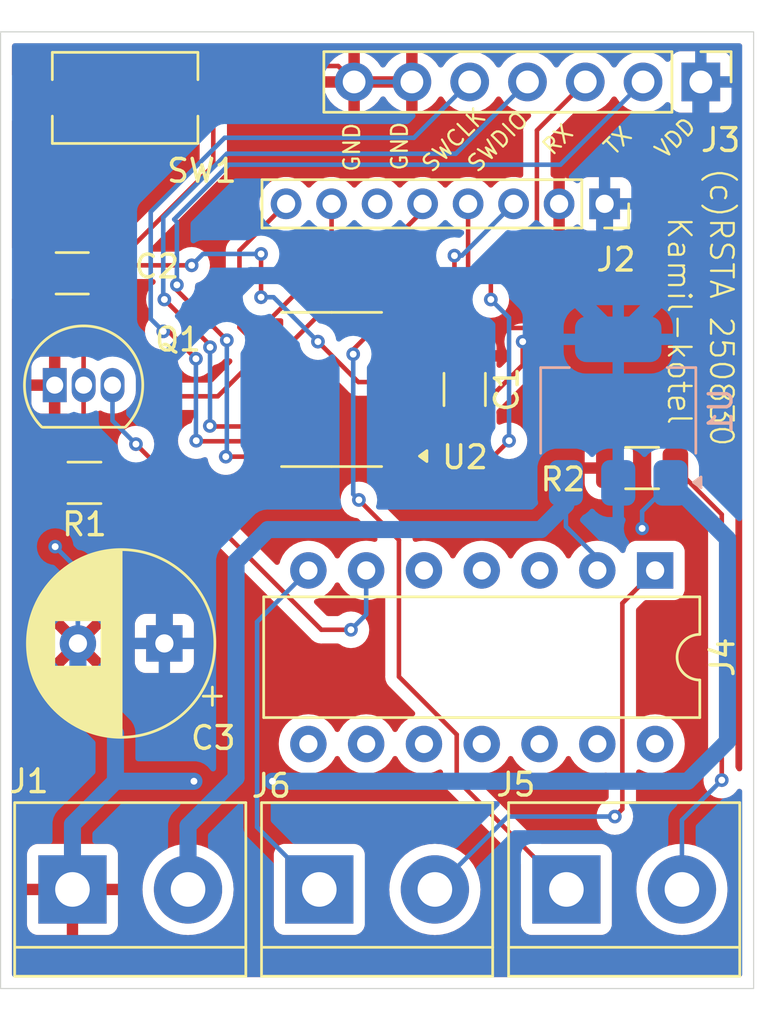
<source format=kicad_pcb>
(kicad_pcb (version 20221018) (generator pcbnew)
  (title_block (comment 4 "AISLER Project ID: CXRCDDNY"))
  (layers (0 "F.Cu" signal) (31 "B.Cu" signal) (34 "B.Paste" user) (35 "F.Paste" user) (36 "B.SilkS" user "B.Silkscreen") (37 "F.SilkS" user "F.Silkscreen") (38 "B.Mask" user) (39 "F.Mask" user) (44 "Edge.Cuts" user))
  (net 0 "")
  (net 1 "Net-(J2-Pin_3)")
  (net 2 "Net-(J2-Pin_4)")
  (net 3 "GND")
  (net 4 "Net-(J2-Pin_5)")
  (net 6 "Net-(J2-Pin_7)")
  (net 7 "Net-(J2-Pin_8)")
  (net 8 "+5V")
  (net 9 "+3.3V")
  (net 10 "Net-(J3-Pin_2)")
  (net 11 "Net-(J4-Pin_1)")
  (net 12 "Net-(J3-Pin_3)")
  (net 13 "Net-(J3-Pin_4)")
  (net 14 "Net-(J3-Pin_5)")
  (net 15 "Net-(J5-Pin_1)")
  (net 16 "Net-(J5-Pin_2)")
  (net 17 "Net-(U2-NRST)")
  (net 26 "Net-(J4-Pin_6)")
  (net 28 "Net-(J4-Pin_7)")
  (net 30 "Net-(Q1-G)")
  (footprint "Connector_PinSocket_2.00mm:PinSocket_1x08_P2.00mm_Vertical" (layer "F.Cu") (at 62 58.4 -90)
    (fp_text reference "J2" (at 2.45 -0.5 -180) (layer "F.SilkS"))
    (fp_text value "CC1101")
    (fp_line (start -1.06 1) (end -1.06 15.06) (stroke (width 0.12)) (layer "F.SilkS"))
    (fp_line (start -1.06 1) (end 1.06 1) (stroke (width 0.12)) (layer "F.SilkS"))
    (fp_line (start -1.06 15.06) (end 1.06 15.06) (stroke (width 0.12)) (layer "F.SilkS"))
    (fp_line (start 0 -1.06) (end 1.06 -1.06) (stroke (width 0.12)) (layer "F.SilkS"))
    (fp_line (start 1.06 -1.06) (end 1.06 0) (stroke (width 0.12)) (layer "F.SilkS"))
    (fp_line (start 1.06 1) (end 1.06 15.06) (stroke (width 0.12)) (layer "F.SilkS"))
    (pad "1" thru_hole rect (at 0 0 270) (size 1.35 1.35) (drill 0.8) (layers "*.Cu" "*.Mask") (net 9 "+3.3V"))
    (pad "2" thru_hole oval (at 0 2 270) (size 1.35 1.35) (drill 0.8) (layers "*.Cu" "*.Mask") (net 3 "GND"))
    (pad "3" thru_hole oval (at 0 4 270) (size 1.35 1.35) (drill 0.8) (layers "*.Cu" "*.Mask") (net 1 "Net-(J2-Pin_3)"))
    (pad "4" thru_hole oval (at 0 6 270) (size 1.35 1.35) (drill 0.8) (layers "*.Cu" "*.Mask") (net 2 "Net-(J2-Pin_4)"))
    (pad "5" thru_hole oval (at 0 8 270) (size 1.35 1.35) (drill 0.8) (layers "*.Cu" "*.Mask") (net 4 "Net-(J2-Pin_5)"))
    (pad "6" thru_hole oval (at 0 10 270) (size 1.35 1.35) (drill 0.8) (layers "*.Cu" "*.Mask"))
    (pad "7" thru_hole oval (at 0 12 270) (size 1.35 1.35) (drill 0.8) (layers "*.Cu" "*.Mask") (net 6 "Net-(J2-Pin_7)"))
    (pad "8" thru_hole oval (at 0 14 270) (size 1.35 1.35) (drill 0.8) (layers "*.Cu" "*.Mask") (net 7 "Net-(J2-Pin_8)"))
  )
  (footprint "TerminalBlock:TerminalBlock_bornier-2_P5.08mm" (layer "F.Cu") (at 38.61 88.5)
    (fp_text reference "J1" (at -1.91 -4.75) (layer "F.SilkS"))
    (fp_text value "5V")
    (fp_line (start -2.54 -3.81) (end -2.54 3.81) (stroke (width 0.12)) (layer "F.SilkS"))
    (fp_line (start -2.54 3.81) (end 7.62 3.81) (stroke (width 0.12)) (layer "F.SilkS"))
    (fp_line (start 7.62 -3.81) (end -2.54 -3.81) (stroke (width 0.12)) (layer "F.SilkS"))
    (fp_line (start 7.62 2.54) (end -2.54 2.54) (stroke (width 0.12)) (layer "F.SilkS"))
    (fp_line (start 7.62 3.81) (end 7.62 -3.81) (stroke (width 0.12)) (layer "F.SilkS"))
    (pad "1" thru_hole rect (at 0 0) (size 3 3) (drill 1.52) (layers "*.Cu" "*.Mask") (net 3 "GND"))
    (pad "2" thru_hole circle (at 5.08 0) (size 3 3) (drill 1.52) (layers "*.Cu" "*.Mask") (net 8 "+5V"))
  )
  (footprint "Capacitor_SMD:C_1206_3216Metric" (layer "F.Cu") (at 55.85 66.55 -90)
    (fp_text reference "C1" (at 0 -1.85 90) (layer "F.SilkS"))
    (fp_text value "100n")
    (fp_line (start -0.711252 -0.91) (end 0.711252 -0.91) (stroke (width 0.12)) (layer "F.SilkS"))
    (fp_line (start -0.711252 0.91) (end 0.711252 0.91) (stroke (width 0.12)) (layer "F.SilkS"))
    (pad "1" smd roundrect (at -1.475 0 270) (size 1.15 1.8) (layers "F.Cu" "F.Paste" "F.Mask") (roundrect_rratio 0.2173913043) (net 3 "GND"))
    (pad "2" smd roundrect (at 1.475 0 270) (size 1.15 1.8) (layers "F.Cu" "F.Paste" "F.Mask") (roundrect_rratio 0.2173913043) (net 9 "+3.3V"))
  )
  (footprint "Button_Switch_SMD:SW_Tactile_SPST_NO_Straight_CK_PTS636Sx25SMTRLFS" (layer "F.Cu") (at 40.925 53.75)
    (fp_text reference "SW1" (at 3.375 3.2 unlocked) (layer "F.SilkS"))
    (fp_text value "SW_Push" hide)
    (fp_line (start -3.2 -2) (end -3.2 -0.8) (stroke (width 0.12)) (layer "F.SilkS"))
    (fp_line (start -3.2 0.8) (end -3.2 2) (stroke (width 0.12)) (layer "F.SilkS"))
    (fp_line (start -3.2 2) (end 3.2 2) (stroke (width 0.12)) (layer "F.SilkS"))
    (fp_line (start 3.2 -2) (end -3.2 -2) (stroke (width 0.12)) (layer "F.SilkS"))
    (fp_line (start 3.2 -0.8) (end 3.2 -2) (stroke (width 0.12)) (layer "F.SilkS"))
    (fp_line (start 3.2 2) (end 3.2 0.8) (stroke (width 0.12)) (layer "F.SilkS"))
    (pad "1" smd rect (at -3.875 0) (size 1.25 1) (layers "F.Cu" "F.Paste" "F.Mask") (net 3 "GND"))
    (pad "2" smd rect (at 3.875 0) (size 1.25 1) (layers "F.Cu" "F.Paste" "F.Mask") (net 17 "Net-(U2-NRST)"))
  )
  (footprint "Capacitor_SMD:C_1206_3216Metric" (layer "F.Cu") (at 38.6 61.45 180)
    (fp_text reference "C2" (at -3.725 0.3) (layer "F.SilkS"))
    (fp_text value "100n")
    (fp_line (start -0.711252 -0.91) (end 0.711252 -0.91) (stroke (width 0.12)) (layer "F.SilkS"))
    (fp_line (start -0.711252 0.91) (end 0.711252 0.91) (stroke (width 0.12)) (layer "F.SilkS"))
    (pad "1" smd roundrect (at -1.475 0 180) (size 1.15 1.8) (layers "F.Cu" "F.Paste" "F.Mask") (roundrect_rratio 0.2173913043) (net 17 "Net-(U2-NRST)"))
    (pad "2" smd roundrect (at 1.475 0 180) (size 1.15 1.8) (layers "F.Cu" "F.Paste" "F.Mask") (roundrect_rratio 0.2173913043) (net 3 "GND"))
  )
  (footprint "Resistor_SMD:R_1206_3216Metric" (layer "F.Cu") (at 39.1375 70.65 180)
    (fp_text reference "R1" (at 0 -1.82) (layer "F.SilkS"))
    (fp_text value "100K")
    (fp_line (start -0.727064 -0.91) (end 0.727064 -0.91) (stroke (width 0.12)) (layer "F.SilkS"))
    (fp_line (start -0.727064 0.91) (end 0.727064 0.91) (stroke (width 0.12)) (layer "F.SilkS"))
    (pad "1" smd roundrect (at -1.4625 0 180) (size 1.125 1.75) (layers "F.Cu" "F.Paste" "F.Mask") (roundrect_rratio 0.2222222222) (net 30 "Net-(Q1-G)"))
    (pad "2" smd roundrect (at 1.4625 0 180) (size 1.125 1.75) (layers "F.Cu" "F.Paste" "F.Mask") (roundrect_rratio 0.2222222222) (net 3 "GND"))
  )
  (footprint "TerminalBlock:TerminalBlock_bornier-2_P5.08mm" (layer "F.Cu") (at 60.32 88.5)
    (fp_text reference "J5" (at -2.22 -4.6) (layer "F.SilkS"))
    (fp_text value "LED")
    (fp_line (start -2.54 -3.81) (end -2.54 3.81) (stroke (width 0.12)) (layer "F.SilkS"))
    (fp_line (start -2.54 3.81) (end 7.62 3.81) (stroke (width 0.12)) (layer "F.SilkS"))
    (fp_line (start 7.62 -3.81) (end -2.54 -3.81) (stroke (width 0.12)) (layer "F.SilkS"))
    (fp_line (start 7.62 2.54) (end -2.54 2.54) (stroke (width 0.12)) (layer "F.SilkS"))
    (fp_line (start 7.62 3.81) (end 7.62 -3.81) (stroke (width 0.12)) (layer "F.SilkS"))
    (pad "1" thru_hole rect (at 0 0) (size 3 3) (drill 1.52) (layers "*.Cu" "*.Mask") (net 15 "Net-(J5-Pin_1)"))
    (pad "2" thru_hole circle (at 5.08 0) (size 3 3) (drill 1.52) (layers "*.Cu" "*.Mask") (net 16 "Net-(J5-Pin_2)"))
  )
  (footprint "Package_TO_SOT_THT:TO-92_Inline" (layer "F.Cu") (at 37.83 66.36)
    (fp_text reference "Q1" (at 5.42 -2) (layer "F.SilkS"))
    (fp_text value "2N7000")
    (fp_line (start -0.53 1.85) (end 3.07 1.85) (stroke (width 0.12)) (layer "F.SilkS"))
    (fp_arc (start -0.568478 1.838478) (mid -1.132087 -0.994977) (end 1.27 -2.6) (stroke (width 0.12)) (layer "F.SilkS"))
    (fp_arc (start 1.27 -2.6) (mid 3.672087 -0.994977) (end 3.108478 1.838478) (stroke (width 0.12)) (layer "F.SilkS"))
    (pad "1" thru_hole rect (at 0 0) (size 1.05 1.5) (drill 0.75) (layers "*.Cu" "*.Mask") (net 3 "GND"))
    (pad "2" thru_hole oval (at 1.27 0) (size 1.05 1.5) (drill 0.75) (layers "*.Cu" "*.Mask") (net 30 "Net-(Q1-G)"))
    (pad "3" thru_hole oval (at 2.54 0) (size 1.05 1.5) (drill 0.75) (layers "*.Cu" "*.Mask") (net 26 "Net-(J4-Pin_6)"))
  )
  (footprint "Package_DIP:CERDIP-14_W7.62mm_SideBrazed" (layer "F.Cu") (at 64.22 74.495 -90)
    (fp_text reference "J4" (at 3.81 -2.965 90) (layer "F.SilkS"))
    (fp_text value "RELAY")
    (fp_line (start 1.16 -1.965) (end 1.16 17.205) (stroke (width 0.12)) (layer "F.SilkS"))
    (fp_line (start 1.16 17.205) (end 6.46 17.205) (stroke (width 0.12)) (layer "F.SilkS"))
    (fp_line (start 2.81 -1.965) (end 1.16 -1.965) (stroke (width 0.12)) (layer "F.SilkS"))
    (fp_line (start 6.46 -1.965) (end 4.81 -1.965) (stroke (width 0.12)) (layer "F.SilkS"))
    (fp_line (start 6.46 17.205) (end 6.46 -1.965) (stroke (width 0.12)) (layer "F.SilkS"))
    (fp_arc (start 4.81 -1.965) (mid 3.81 -0.965) (end 2.81 -1.965) (stroke (width 0.12)) (layer "F.SilkS"))
    (pad "1" thru_hole rect (at 0 0 270) (size 1.6 1.6) (drill 0.8) (layers "*.Cu" "*.Mask") (net 11 "Net-(J4-Pin_1)"))
    (pad "2" thru_hole circle (at 0 2.54 270) (size 1.6 1.6) (drill 0.8) (layers "*.Cu" "*.Mask") (net 8 "+5V"))
    (pad "3" thru_hole circle (at 0 5.08 270) (size 1.6 1.6) (drill 0.8) (layers "*.Cu" "*.Mask"))
    (pad "4" thru_hole circle (at 0 7.62 270) (size 1.6 1.6) (drill 0.8) (layers "*.Cu" "*.Mask"))
    (pad "5" thru_hole circle (at 0 10.16 270) (size 1.6 1.6) (drill 0.8) (layers "*.Cu" "*.Mask"))
    (pad "6" thru_hole circle (at 0 12.7 270) (size 1.6 1.6) (drill 0.8) (layers "*.Cu" "*.Mask") (net 26 "Net-(J4-Pin_6)"))
    (pad "7" thru_hole circle (at 0 15.24 270) (size 1.6 1.6) (drill 0.8) (layers "*.Cu" "*.Mask") (net 28 "Net-(J4-Pin_7)"))
    (pad "8" thru_hole circle (at 7.62 15.24 270) (size 1.6 1.6) (drill 0.8) (layers "*.Cu" "*.Mask"))
    (pad "9" thru_hole circle (at 7.62 12.7 270) (size 1.6 1.6) (drill 0.8) (layers "*.Cu" "*.Mask"))
    (pad "10" thru_hole circle (at 7.62 10.16 270) (size 1.6 1.6) (drill 0.8) (layers "*.Cu" "*.Mask"))
    (pad "11" thru_hole circle (at 7.62 7.62 270) (size 1.6 1.6) (drill 0.8) (layers "*.Cu" "*.Mask"))
    (pad "12" thru_hole circle (at 7.62 5.08 270) (size 1.6 1.6) (drill 0.8) (layers "*.Cu" "*.Mask"))
    (pad "13" thru_hole circle (at 7.62 2.54 270) (size 1.6 1.6) (drill 0.8) (layers "*.Cu" "*.Mask"))
    (pad "14" thru_hole circle (at 7.62 0 270) (size 1.6 1.6) (drill 0.8) (layers "*.Cu" "*.Mask"))
  )
  (footprint "Package_SO:TSSOP-20_4.4x6.5mm_P0.65mm" (layer "F.Cu") (at 50 66.55 180)
    (fp_text reference "U2" (at -5.8625 -2.975) (layer "F.SilkS"))
    (fp_text value "STM32G030F6Px")
    (fp_line (start 0 -3.385) (end -2.2 -3.385) (stroke (width 0.12)) (layer "F.SilkS"))
    (fp_line (start 0 -3.385) (end 2.2 -3.385) (stroke (width 0.12)) (layer "F.SilkS"))
    (fp_line (start 0 3.385) (end -2.2 3.385) (stroke (width 0.12)) (layer "F.SilkS"))
    (fp_line (start 0 3.385) (end 2.2 3.385) (stroke (width 0.12)) (layer "F.SilkS"))
    (fp_poly (pts (xy -3.86 -2.925) (xy -4.19 -3.165) (xy -4.19 -2.685) (xy -3.86 -2.925)) (stroke (width 0.12)) (fill solid) (layer "F.SilkS"))
    (pad "1" smd roundrect (at -2.8625 -2.925 180) (size 1.475 0.4) (layers "F.Cu" "F.Paste" "F.Mask") (net 12 "Net-(J3-Pin_3)"))
    (pad "2" smd roundrect (at -2.8625 -2.275 180) (size 1.475 0.4) (layers "F.Cu" "F.Paste" "F.Mask"))
    (pad "3" smd roundrect (at -2.8625 -1.625 180) (size 1.475 0.4) (layers "F.Cu" "F.Paste" "F.Mask"))
    (pad "4" smd roundrect (at -2.8625 -0.975 180) (size 1.475 0.4) (layers "F.Cu" "F.Paste" "F.Mask") (net 9 "+3.3V"))
    (pad "5" smd roundrect (at -2.8625 -0.325 180) (size 1.475 0.4) (layers "F.Cu" "F.Paste" "F.Mask") (net 3 "GND"))
    (pad "6" smd roundrect (at -2.8625 0.325 180) (size 1.475 0.4) (layers "F.Cu" "F.Paste" "F.Mask") (net 17 "Net-(U2-NRST)"))
    (pad "7" smd roundrect (at -2.8625 0.975 180) (size 1.475 0.4) (layers "F.Cu" "F.Paste" "F.Mask"))
    (pad "8" smd roundrect (at -2.8625 1.625 180) (size 1.475 0.4) (layers "F.Cu" "F.Paste" "F.Mask") (net 2 "Net-(J2-Pin_4)"))
    (pad "9" smd roundrect (at -2.8625 2.275 180) (size 1.475 0.4) (layers "F.Cu" "F.Paste" "F.Mask") (net 1 "Net-(J2-Pin_3)"))
    (pad "10" smd roundrect (at -2.8625 2.925 180) (size 1.475 0.4) (layers "F.Cu" "F.Paste" "F.Mask") (net 15 "Net-(J5-Pin_1)"))
    (pad "11" smd roundrect (at 2.8625 2.925 180) (size 1.475 0.4) (layers "F.Cu" "F.Paste" "F.Mask") (net 6 "Net-(J2-Pin_7)"))
    (pad "12" smd roundrect (at 2.8625 2.275 180) (size 1.475 0.4) (layers "F.Cu" "F.Paste" "F.Mask") (net 7 "Net-(J2-Pin_8)"))
    (pad "13" smd roundrect (at 2.8625 1.625 180) (size 1.475 0.4) (layers "F.Cu" "F.Paste" "F.Mask") (net 4 "Net-(J2-Pin_5)"))
    (pad "14" smd roundrect (at 2.8625 0.975 180) (size 1.475 0.4) (layers "F.Cu" "F.Paste" "F.Mask") (net 30 "Net-(Q1-G)"))
    (pad "15" smd roundrect (at 2.8625 0.325 180) (size 1.475 0.4) (layers "F.Cu" "F.Paste" "F.Mask"))
    (pad "16" smd roundrect (at 2.8625 -0.325 180) (size 1.475 0.4) (layers "F.Cu" "F.Paste" "F.Mask"))
    (pad "17" smd roundrect (at 2.8625 -0.975 180) (size 1.475 0.4) (layers "F.Cu" "F.Paste" "F.Mask"))
    (pad "18" smd roundrect (at 2.8625 -1.625 180) (size 1.475 0.4) (layers "F.Cu" "F.Paste" "F.Mask") (net 13 "Net-(J3-Pin_4)"))
    (pad "19" smd roundrect (at 2.8625 -2.275 180) (size 1.475 0.4) (layers "F.Cu" "F.Paste" "F.Mask") (net 14 "Net-(J3-Pin_5)"))
    (pad "20" smd roundrect (at 2.8625 -2.925 180) (size 1.475 0.4) (layers "F.Cu" "F.Paste" "F.Mask") (net 10 "Net-(J3-Pin_2)"))
  )
  (footprint "TerminalBlock:TerminalBlock_bornier-2_P5.08mm" (layer "F.Cu") (at 49.46 88.5)
    (fp_text reference "J6" (at -2.11 -4.55) (layer "F.SilkS"))
    (fp_text value "RELAY OUTPUT")
    (fp_line (start -2.54 -3.81) (end -2.54 3.81) (stroke (width 0.12)) (layer "F.SilkS"))
    (fp_line (start -2.54 3.81) (end 7.62 3.81) (stroke (width 0.12)) (layer "F.SilkS"))
    (fp_line (start 7.62 -3.81) (end -2.54 -3.81) (stroke (width 0.12)) (layer "F.SilkS"))
    (fp_line (start 7.62 2.54) (end -2.54 2.54) (stroke (width 0.12)) (layer "F.SilkS"))
    (fp_line (start 7.62 3.81) (end 7.62 -3.81) (stroke (width 0.12)) (layer "F.SilkS"))
    (pad "1" thru_hole rect (at 0 0) (size 3 3) (drill 1.52) (layers "*.Cu" "*.Mask") (net 28 "Net-(J4-Pin_7)"))
    (pad "2" thru_hole circle (at 5.08 0) (size 3 3) (drill 1.52) (layers "*.Cu" "*.Mask") (net 11 "Net-(J4-Pin_1)"))
  )
  (footprint "Capacitor_THT:CP_Radial_D8.0mm_P3.80mm" (layer "F.Cu") (at 42.65 77.7 180)
    (fp_text reference "C3" (at -2.15 -4.15) (layer "F.SilkS"))
    (fp_text value "470u 16V")
    (fp_line (start -2.509698 -2.315) (end -1.709698 -2.315) (stroke (width 0.12)) (layer "F.SilkS"))
    (fp_line (start -2.109698 -2.715) (end -2.109698 -1.915) (stroke (width 0.12)) (layer "F.SilkS"))
    (fp_line (start 1.9 -4.08) (end 1.9 4.08) (stroke (width 0.12)) (layer "F.SilkS"))
    (fp_line (start 1.94 -4.08) (end 1.94 4.08) (stroke (width 0.12)) (layer "F.SilkS"))
    (fp_line (start 1.98 -4.08) (end 1.98 4.08) (stroke (width 0.12)) (layer "F.SilkS"))
    (fp_line (start 2.02 -4.079) (end 2.02 4.079) (stroke (width 0.12)) (layer "F.SilkS"))
    (fp_line (start 2.06 -4.077) (end 2.06 4.077) (stroke (width 0.12)) (layer "F.SilkS"))
    (fp_line (start 2.1 -4.076) (end 2.1 4.076) (stroke (width 0.12)) (layer "F.SilkS"))
    (fp_line (start 2.14 -4.074) (end 2.14 4.074) (stroke (width 0.12)) (layer "F.SilkS"))
    (fp_line (start 2.18 -4.071) (end 2.18 4.071) (stroke (width 0.12)) (layer "F.SilkS"))
    (fp_line (start 2.22 -4.068) (end 2.22 4.068) (stroke (width 0.12)) (layer "F.SilkS"))
    (fp_line (start 2.26 -4.065) (end 2.26 4.065) (stroke (width 0.12)) (layer "F.SilkS"))
    (fp_line (start 2.3 -4.061) (end 2.3 4.061) (stroke (width 0.12)) (layer "F.SilkS"))
    (fp_line (start 2.34 -4.057) (end 2.34 4.057) (stroke (width 0.12)) (layer "F.SilkS"))
    (fp_line (start 2.38 -4.052) (end 2.38 4.052) (stroke (width 0.12)) (layer "F.SilkS"))
    (fp_line (start 2.42 -4.048) (end 2.42 4.048) (stroke (width 0.12)) (layer "F.SilkS"))
    (fp_line (start 2.46 -4.042) (end 2.46 4.042) (stroke (width 0.12)) (layer "F.SilkS"))
    (fp_line (start 2.5 -4.037) (end 2.5 4.037) (stroke (width 0.12)) (layer "F.SilkS"))
    (fp_line (start 2.54 -4.03) (end 2.54 4.03) (stroke (width 0.12)) (layer "F.SilkS"))
    (fp_line (start 2.58 -4.024) (end 2.58 4.024) (stroke (width 0.12)) (layer "F.SilkS"))
    (fp_line (start 2.621 -4.017) (end 2.621 4.017) (stroke (width 0.12)) (layer "F.SilkS"))
    (fp_line (start 2.661 -4.01) (end 2.661 4.01) (stroke (width 0.12)) (layer "F.SilkS"))
    (fp_line (start 2.701 -4.002) (end 2.701 4.002) (stroke (width 0.12)) (layer "F.SilkS"))
    (fp_line (start 2.741 -3.994) (end 2.741 3.994) (stroke (width 0.12)) (layer "F.SilkS"))
    (fp_line (start 2.781 -3.985) (end 2.781 -1.04) (stroke (width 0.12)) (layer "F.SilkS"))
    (fp_line (start 2.781 1.04) (end 2.781 3.985) (stroke (width 0.12)) (layer "F.SilkS"))
    (fp_line (start 2.821 -3.976) (end 2.821 -1.04) (stroke (width 0.12)) (layer "F.SilkS"))
    (fp_line (start 2.821 1.04) (end 2.821 3.976) (stroke (width 0.12)) (layer "F.SilkS"))
    (fp_line (start 2.861 -3.967) (end 2.861 -1.04) (stroke (width 0.12)) (layer "F.SilkS"))
    (fp_line (start 2.861 1.04) (end 2.861 3.967) (stroke (width 0.12)) (layer "F.SilkS"))
    (fp_line (start 2.901 -3.957) (end 2.901 -1.04) (stroke (width 0.12)) (layer "F.SilkS"))
    (fp_line (start 2.901 1.04) (end 2.901 3.957) (stroke (width 0.12)) (layer "F.SilkS"))
    (fp_line (start 2.941 -3.947) (end 2.941 -1.04) (stroke (width 0.12)) (layer "F.SilkS"))
    (fp_line (start 2.941 1.04) (end 2.941 3.947) (stroke (width 0.12)) (layer "F.SilkS"))
    (fp_line (start 2.981 -3.936) (end 2.981 -1.04) (stroke (width 0.12)) (layer "F.SilkS"))
    (fp_line (start 2.981 1.04) (end 2.981 3.936) (stroke (width 0.12)) (layer "F.SilkS"))
    (fp_line (start 3.021 -3.925) (end 3.021 -1.04) (stroke (width 0.12)) (layer "F.SilkS"))
    (fp_line (start 3.021 1.04) (end 3.021 3.925) (stroke (width 0.12)) (layer "F.SilkS"))
    (fp_line (start 3.061 -3.914) (end 3.061 -1.04) (stroke (width 0.12)) (layer "F.SilkS"))
    (fp_line (start 3.061 1.04) (end 3.061 3.914) (stroke (width 0.12)) (layer "F.SilkS"))
    (fp_line (start 3.101 -3.902) (end 3.101 -1.04) (stroke (width 0.12)) (layer "F.SilkS"))
    (fp_line (start 3.101 1.04) (end 3.101 3.902) (stroke (width 0.12)) (layer "F.SilkS"))
    (fp_line (start 3.141 -3.889) (end 3.141 -1.04) (stroke (width 0.12)) (layer "F.SilkS"))
    (fp_line (start 3.141 1.04) (end 3.141 3.889) (stroke (width 0.12)) (layer "F.SilkS"))
    (fp_line (start 3.181 -3.877) (end 3.181 -1.04) (stroke (width 0.12)) (layer "F.SilkS"))
    (fp_line (start 3.181 1.04) (end 3.181 3.877) (stroke (width 0.12)) (layer "F.SilkS"))
    (fp_line (start 3.221 -3.863) (end 3.221 -1.04) (stroke (width 0.12)) (layer "F.SilkS"))
    (fp_line (start 3.221 1.04) (end 3.221 3.863) (stroke (width 0.12)) (layer "F.SilkS"))
    (fp_line (start 3.261 -3.85) (end 3.261 -1.04) (stroke (width 0.12)) (layer "F.SilkS"))
    (fp_line (start 3.261 1.04) (end 3.261 3.85) (stroke (width 0.12)) (layer "F.SilkS"))
    (fp_line (start 3.301 -3.835) (end 3.301 -1.04) (stroke (width 0.12)) (layer "F.SilkS"))
    (fp_line (start 3.301 1.04) (end 3.301 3.835) (stroke (width 0.12)) (layer "F.SilkS"))
    (fp_line (start 3.341 -3.821) (end 3.341 -1.04) (stroke (width 0.12)) (layer "F.SilkS"))
    (fp_line (start 3.341 1.04) (end 3.341 3.821) (stroke (width 0.12)) (layer "F.SilkS"))
    (fp_line (start 3.381 -3.805) (end 3.381 -1.04) (stroke (width 0.12)) (layer "F.SilkS"))
    (fp_line (start 3.381 1.04) (end 3.381 3.805) (stroke (width 0.12)) (layer "F.SilkS"))
    (fp_line (start 3.421 -3.79) (end 3.421 -1.04) (stroke (width 0.12)) (layer "F.SilkS"))
    (fp_line (start 3.421 1.04) (end 3.421 3.79) (stroke (width 0.12)) (layer "F.SilkS"))
    (fp_line (start 3.461 -3.774) (end 3.461 -1.04) (stroke (width 0.12)) (layer "F.SilkS"))
    (fp_line (start 3.461 1.04) (end 3.461 3.774) (stroke (width 0.12)) (layer "F.SilkS"))
    (fp_line (start 3.501 -3.757) (end 3.501 -1.04) (stroke (width 0.12)) (layer "F.SilkS"))
    (fp_line (start 3.501 1.04) (end 3.501 3.757) (stroke (width 0.12)) (layer "F.SilkS"))
    (fp_line (start 3.541 -3.74) (end 3.541 -1.04) (stroke (width 0.12)) (layer "F.SilkS"))
    (fp_line (start 3.541 1.04) (end 3.541 3.74) (stroke (width 0.12)) (layer "F.SilkS"))
    (fp_line (start 3.581 -3.722) (end 3.581 -1.04) (stroke (width 0.12)) (layer "F.SilkS"))
    (fp_line (start 3.581 1.04) (end 3.581 3.722) (stroke (width 0.12)) (layer "F.SilkS"))
    (fp_line (start 3.621 -3.704) (end 3.621 -1.04) (stroke (width 0.12)) (layer "F.SilkS"))
    (fp_line (start 3.621 1.04) (end 3.621 3.704) (stroke (width 0.12)) (layer "F.SilkS"))
    (fp_line (start 3.661 -3.686) (end 3.661 -1.04) (stroke (width 0.12)) (layer "F.SilkS"))
    (fp_line (start 3.661 1.04) (end 3.661 3.686) (stroke (width 0.12)) (layer "F.SilkS"))
    (fp_line (start 3.701 -3.666) (end 3.701 -1.04) (stroke (width 0.12)) (layer "F.SilkS"))
    (fp_line (start 3.701 1.04) (end 3.701 3.666) (stroke (width 0.12)) (layer "F.SilkS"))
    (fp_line (start 3.741 -3.647) (end 3.741 -1.04) (stroke (width 0.12)) (layer "F.SilkS"))
    (fp_line (start 3.741 1.04) (end 3.741 3.647) (stroke (width 0.12)) (layer "F.SilkS"))
    (fp_line (start 3.781 -3.627) (end 3.781 -1.04) (stroke (width 0.12)) (layer "F.SilkS"))
    (fp_line (start 3.781 1.04) (end 3.781 3.627) (stroke (width 0.12)) (layer "F.SilkS"))
    (fp_line (start 3.821 -3.606) (end 3.821 -1.04) (stroke (width 0.12)) (layer "F.SilkS"))
    (fp_line (start 3.821 1.04) (end 3.821 3.606) (stroke (width 0.12)) (layer "F.SilkS"))
    (fp_line (start 3.861 -3.584) (end 3.861 -1.04) (stroke (width 0.12)) (layer "F.SilkS"))
    (fp_line (start 3.861 1.04) (end 3.861 3.584) (stroke (width 0.12)) (layer "F.SilkS"))
    (fp_line (start 3.901 -3.562) (end 3.901 -1.04) (stroke (width 0.12)) (layer "F.SilkS"))
    (fp_line (start 3.901 1.04) (end 3.901 3.562) (stroke (width 0.12)) (layer "F.SilkS"))
    (fp_line (start 3.941 -3.54) (end 3.941 -1.04) (stroke (width 0.12)) (layer "F.SilkS"))
    (fp_line (start 3.941 1.04) (end 3.941 3.54) (stroke (width 0.12)) (layer "F.SilkS"))
    (fp_line (start 3.981 -3.517) (end 3.981 -1.04) (stroke (width 0.12)) (layer "F.SilkS"))
    (fp_line (start 3.981 1.04) (end 3.981 3.517) (stroke (width 0.12)) (layer "F.SilkS"))
    (fp_line (start 4.021 -3.493) (end 4.021 -1.04) (stroke (width 0.12)) (layer "F.SilkS"))
    (fp_line (start 4.021 1.04) (end 4.021 3.493) (stroke (width 0.12)) (layer "F.SilkS"))
    (fp_line (start 4.061 -3.469) (end 4.061 -1.04) (stroke (width 0.12)) (layer "F.SilkS"))
    (fp_line (start 4.061 1.04) (end 4.061 3.469) (stroke (width 0.12)) (layer "F.SilkS"))
    (fp_line (start 4.101 -3.444) (end 4.101 -1.04) (stroke (width 0.12)) (layer "F.SilkS"))
    (fp_line (start 4.101 1.04) (end 4.101 3.444) (stroke (width 0.12)) (layer "F.SilkS"))
    (fp_line (start 4.141 -3.418) (end 4.141 -1.04) (stroke (width 0.12)) (layer "F.SilkS"))
    (fp_line (start 4.141 1.04) (end 4.141 3.418) (stroke (width 0.12)) (layer "F.SilkS"))
    (fp_line (start 4.181 -3.392) (end 4.181 -1.04) (stroke (width 0.12)) (layer "F.SilkS"))
    (fp_line (start 4.181 1.04) (end 4.181 3.392) (stroke (width 0.12)) (layer "F.SilkS"))
    (fp_line (start 4.221 -3.365) (end 4.221 -1.04) (stroke (width 0.12)) (layer "F.SilkS"))
    (fp_line (start 4.221 1.04) (end 4.221 3.365) (stroke (width 0.12)) (layer "F.SilkS"))
    (fp_line (start 4.261 -3.338) (end 4.261 -1.04) (stroke (width 0.12)) (layer "F.SilkS"))
    (fp_line (start 4.261 1.04) (end 4.261 3.338) (stroke (width 0.12)) (layer "F.SilkS"))
    (fp_line (start 4.301 -3.309) (end 4.301 -1.04) (stroke (width 0.12)) (layer "F.SilkS"))
    (fp_line (start 4.301 1.04) (end 4.301 3.309) (stroke (width 0.12)) (layer "F.SilkS"))
    (fp_line (start 4.341 -3.28) (end 4.341 -1.04) (stroke (width 0.12)) (layer "F.SilkS"))
    (fp_line (start 4.341 1.04) (end 4.341 3.28) (stroke (width 0.12)) (layer "F.SilkS"))
    (fp_line (start 4.381 -3.25) (end 4.381 -1.04) (stroke (width 0.12)) (layer "F.SilkS"))
    (fp_line (start 4.381 1.04) (end 4.381 3.25) (stroke (width 0.12)) (layer "F.SilkS"))
    (fp_line (start 4.421 -3.22) (end 4.421 -1.04) (stroke (width 0.12)) (layer "F.SilkS"))
    (fp_line (start 4.421 1.04) (end 4.421 3.22) (stroke (width 0.12)) (layer "F.SilkS"))
    (fp_line (start 4.461 -3.189) (end 4.461 -1.04) (stroke (width 0.12)) (layer "F.SilkS"))
    (fp_line (start 4.461 1.04) (end 4.461 3.189) (stroke (width 0.12)) (layer "F.SilkS"))
    (fp_line (start 4.501 -3.156) (end 4.501 -1.04) (stroke (width 0.12)) (layer "F.SilkS"))
    (fp_line (start 4.501 1.04) (end 4.501 3.156) (stroke (width 0.12)) (layer "F.SilkS"))
    (fp_line (start 4.541 -3.124) (end 4.541 -1.04) (stroke (width 0.12)) (layer "F.SilkS"))
    (fp_line (start 4.541 1.04) (end 4.541 3.124) (stroke (width 0.12)) (layer "F.SilkS"))
    (fp_line (start 4.581 -3.09) (end 4.581 -1.04) (stroke (width 0.12)) (layer "F.SilkS"))
    (fp_line (start 4.581 1.04) (end 4.581 3.09) (stroke (width 0.12)) (layer "F.SilkS"))
    (fp_line (start 4.621 -3.055) (end 4.621 -1.04) (stroke (width 0.12)) (layer "F.SilkS"))
    (fp_line (start 4.621 1.04) (end 4.621 3.055) (stroke (width 0.12)) (layer "F.SilkS"))
    (fp_line (start 4.661 -3.019) (end 4.661 -1.04) (stroke (width 0.12)) (layer "F.SilkS"))
    (fp_line (start 4.661 1.04) (end 4.661 3.019) (stroke (width 0.12)) (layer "F.SilkS"))
    (fp_line (start 4.701 -2.983) (end 4.701 -1.04) (stroke (width 0.12)) (layer "F.SilkS"))
    (fp_line (start 4.701 1.04) (end 4.701 2.983) (stroke (width 0.12)) (layer "F.SilkS"))
    (fp_line (start 4.741 -2.945) (end 4.741 -1.04) (stroke (width 0.12)) (layer "F.SilkS"))
    (fp_line (start 4.741 1.04) (end 4.741 2.945) (stroke (width 0.12)) (layer "F.SilkS"))
    (fp_line (start 4.781 -2.907) (end 4.781 -1.04) (stroke (width 0.12)) (layer "F.SilkS"))
    (fp_line (start 4.781 1.04) (end 4.781 2.907) (stroke (width 0.12)) (layer "F.SilkS"))
    (fp_line (start 4.821 -2.867) (end 4.821 -1.04) (stroke (width 0.12)) (layer "F.SilkS"))
    (fp_line (start 4.821 1.04) (end 4.821 2.867) (stroke (width 0.12)) (layer "F.SilkS"))
    (fp_line (start 4.861 -2.826) (end 4.861 2.826) (stroke (width 0.12)) (layer "F.SilkS"))
    (fp_line (start 4.901 -2.784) (end 4.901 2.784) (stroke (width 0.12)) (layer "F.SilkS"))
    (fp_line (start 4.941 -2.741) (end 4.941 2.741) (stroke (width 0.12)) (layer "F.SilkS"))
    (fp_line (start 4.981 -2.697) (end 4.981 2.697) (stroke (width 0.12)) (layer "F.SilkS"))
    (fp_line (start 5.021 -2.651) (end 5.021 2.651) (stroke (width 0.12)) (layer "F.SilkS"))
    (fp_line (start 5.061 -2.604) (end 5.061 2.604) (stroke (width 0.12)) (layer "F.SilkS"))
    (fp_line (start 5.101 -2.556) (end 5.101 2.556) (stroke (width 0.12)) (layer "F.SilkS"))
    (fp_line (start 5.141 -2.505) (end 5.141 2.505) (stroke (width 0.12)) (layer "F.SilkS"))
    (fp_line (start 5.181 -2.454) (end 5.181 2.454) (stroke (width 0.12)) (layer "F.SilkS"))
    (fp_line (start 5.221 -2.4) (end 5.221 2.4) (stroke (width 0.12)) (layer "F.SilkS"))
    (fp_line (start 5.261 -2.345) (end 5.261 2.345) (stroke (width 0.12)) (layer "F.SilkS"))
    (fp_line (start 5.301 -2.287) (end 5.301 2.287) (stroke (width 0.12)) (layer "F.SilkS"))
    (fp_line (start 5.341 -2.228) (end 5.341 2.228) (stroke (width 0.12)) (layer "F.SilkS"))
    (fp_line (start 5.381 -2.166) (end 5.381 2.166) (stroke (width 0.12)) (layer "F.SilkS"))
    (fp_line (start 5.421 -2.102) (end 5.421 2.102) (stroke (width 0.12)) (layer "F.SilkS"))
    (fp_line (start 5.461 -2.034) (end 5.461 2.034) (stroke (width 0.12)) (layer "F.SilkS"))
    (fp_line (start 5.501 -1.964) (end 5.501 1.964) (stroke (width 0.12)) (layer "F.SilkS"))
    (fp_line (start 5.541 -1.89) (end 5.541 1.89) (stroke (width 0.12)) (layer "F.SilkS"))
    (fp_line (start 5.581 -1.813) (end 5.581 1.813) (stroke (width 0.12)) (layer "F.SilkS"))
    (fp_line (start 5.621 -1.731) (end 5.621 1.731) (stroke (width 0.12)) (layer "F.SilkS"))
    (fp_line (start 5.661 -1.645) (end 5.661 1.645) (stroke (width 0.12)) (layer "F.SilkS"))
    (fp_line (start 5.701 -1.552) (end 5.701 1.552) (stroke (width 0.12)) (layer "F.SilkS"))
    (fp_line (start 5.741 -1.453) (end 5.741 1.453) (stroke (width 0.12)) (layer "F.SilkS"))
    (fp_line (start 5.781 -1.346) (end 5.781 1.346) (stroke (width 0.12)) (layer "F.SilkS"))
    (fp_line (start 5.821 -1.229) (end 5.821 1.229) (stroke (width 0.12)) (layer "F.SilkS"))
    (fp_line (start 5.861 -1.098) (end 5.861 1.098) (stroke (width 0.12)) (layer "F.SilkS"))
    (fp_line (start 5.901 -0.948) (end 5.901 0.948) (stroke (width 0.12)) (layer "F.SilkS"))
    (fp_line (start 5.941 -0.768) (end 5.941 0.768) (stroke (width 0.12)) (layer "F.SilkS"))
    (fp_line (start 5.981 -0.533) (end 5.981 0.533) (stroke (width 0.12)) (layer "F.SilkS"))
    (fp_circle (center 1.9 0) (end 6.02 0) (stroke (width 0.12)) (fill none) (layer "F.SilkS"))
    (pad "1" thru_hole rect (at 0 0 180) (size 1.6 1.6) (drill 0.8) (layers "*.Cu" "*.Mask") (net 9 "+3.3V"))
    (pad "2" thru_hole circle (at 3.8 0 180) (size 1.6 1.6) (drill 0.8) (layers "*.Cu" "*.Mask") (net 3 "GND"))
  )
  (footprint "Connector_PinHeader_2.54mm:PinHeader_1x07_P2.54mm_Vertical" (layer "F.Cu") (at 66.23 53.05 -90)
    (fp_text reference "J3" (at 2.55 -0.87 -180) (layer "F.SilkS"))
    (fp_text value "DEBUG INTERFACE")
    (fp_line (start -1.33 -1.33) (end 0 -1.33) (stroke (width 0.12)) (layer "F.SilkS"))
    (fp_line (start -1.33 0) (end -1.33 -1.33) (stroke (width 0.12)) (layer "F.SilkS"))
    (fp_line (start -1.33 1.27) (end -1.33 16.57) (stroke (width 0.12)) (layer "F.SilkS"))
    (fp_line (start -1.33 1.27) (end 1.33 1.27) (stroke (width 0.12)) (layer "F.SilkS"))
    (fp_line (start -1.33 16.57) (end 1.33 16.57) (stroke (width 0.12)) (layer "F.SilkS"))
    (fp_line (start 1.33 1.27) (end 1.33 16.57) (stroke (width 0.12)) (layer "F.SilkS"))
    (pad "1" thru_hole rect (at 0 0 270) (size 1.7 1.7) (drill 1) (layers "*.Cu" "*.Mask") (net 9 "+3.3V"))
    (pad "2" thru_hole oval (at 0 2.54 270) (size 1.7 1.7) (drill 1) (layers "*.Cu" "*.Mask") (net 10 "Net-(J3-Pin_2)"))
    (pad "3" thru_hole oval (at 0 5.08 270) (size 1.7 1.7) (drill 1) (layers "*.Cu" "*.Mask") (net 12 "Net-(J3-Pin_3)"))
    (pad "4" thru_hole oval (at 0 7.62 270) (size 1.7 1.7) (drill 1) (layers "*.Cu" "*.Mask") (net 13 "Net-(J3-Pin_4)"))
    (pad "5" thru_hole oval (at 0 10.16 270) (size 1.7 1.7) (drill 1) (layers "*.Cu" "*.Mask") (net 14 "Net-(J3-Pin_5)"))
    (pad "6" thru_hole oval (at 0 12.7 270) (size 1.7 1.7) (drill 1) (layers "*.Cu" "*.Mask") (net 3 "GND"))
    (pad "7" thru_hole oval (at 0 15.24 270) (size 1.7 1.7) (drill 1) (layers "*.Cu" "*.Mask") (net 3 "GND"))
  )
  (footprint "Resistor_SMD:R_1206_3216Metric" (layer "F.Cu") (at 63.65 70 180)
    (fp_text reference "R2" (at 3.4875 -0.5) (layer "F.SilkS"))
    (fp_text value "220R")
    (fp_line (start -0.727064 -0.91) (end 0.727064 -0.91) (stroke (width 0.12)) (layer "F.SilkS"))
    (fp_line (start -0.727064 0.91) (end 0.727064 0.91) (stroke (width 0.12)) (layer "F.SilkS"))
    (pad "1" smd roundrect (at -1.4625 0 180) (size 1.125 1.75) (layers "F.Cu" "F.Paste" "F.Mask") (roundrect_rratio 0.2222222222) (net 16 "Net-(J5-Pin_2)"))
    (pad "2" smd roundrect (at 1.4625 0 180) (size 1.125 1.75) (layers "F.Cu" "F.Paste" "F.Mask") (roundrect_rratio 0.2222222222) (net 3 "GND"))
  )
  (footprint "Package_TO_SOT_SMD:SOT-223-3_TabPin2" (layer "B.Cu") (at 62.6 67.5 90)
    (fp_text reference "U1" (at 0 4.5 90) (layer "B.SilkS") (effects (justify mirror)))
    (fp_text value "AMS1117-3.3")
    (fp_line (start -1.85 -3.41) (end 1.91 -3.41) (stroke (width 0.12)) (layer "B.SilkS"))
    (fp_line (start -1.85 3.41) (end 1.91 3.41) (stroke (width 0.12)) (layer "B.SilkS"))
    (fp_line (start 1.91 -3.41) (end 1.91 -2.15) (stroke (width 0.12)) (layer "B.SilkS"))
    (fp_line (start 1.91 3.41) (end 1.91 2.15) (stroke (width 0.12)) (layer "B.SilkS"))
    (fp_poly (pts (xy -3.13 3.31) (xy -3.37 3.64) (xy -2.89 3.64) (xy -3.13 3.31)) (stroke (width 0.12)) (fill solid) (layer "B.SilkS"))
    (pad "1" smd roundrect (at -3.15 2.3 90) (size 2 1.5) (layers "B.Cu" "B.Paste" "B.Mask") (net 3 "GND"))
    (pad "2" smd roundrect (at -3.15 0 90) (size 2 1.5) (layers "B.Cu" "B.Paste" "B.Mask") (net 9 "+3.3V"))
    (pad "2" smd roundrect (at 3.15 0 90) (size 2 3.8) (layers "B.Cu" "B.Paste" "B.Mask") (net 9 "+3.3V"))
    (pad "3" smd roundrect (at -3.15 -2.3 90) (size 2 1.5) (layers "B.Cu" "B.Paste" "B.Mask") (net 8 "+5V"))
  )
  (gr_rect (start 35.45 50.85) (end 68.55 92.85) (stroke (width 0.05)) (fill none) (layer "Edge.Cuts"))
  (gr_text "GND" (at 51.3 57.05 90) (layer "F.SilkS") (effects (font (size 0.7 0.7) (thickness 0.1)) (justify left bottom)))
  (gr_text "RX" (at 59.7 56.4 45) (layer "F.SilkS") (effects (font (size 0.7 0.7) (thickness 0.1)) (justify left bottom)))
  (gr_text "Kamil-kotel" (at 64.7 58.9 -90) (layer "F.SilkS") (effects (font (size 1 1) (thickness 0.1)) (justify left bottom)))
  (gr_text "GND" (at 53.4 57 90) (layer "F.SilkS") (effects (font (size 0.7 0.7) (thickness 0.1)) (justify left bottom)))
  (gr_text "(c)RSTA 250830\n" (at 66.55 56.75 270) (layer "F.SilkS") (effects (font (size 1 1) (thickness 0.1)) (justify left bottom)))
  (gr_text "SWDIO" (at 56.4 57.15 45) (layer "F.SilkS") (effects (font (size 0.7 0.7) (thickness 0.1)) (justify left bottom)))
  (gr_text "VDD" (at 64.65 56.55 45) (layer "F.SilkS") (effects (font (size 0.7 0.7) (thickness 0.1)) (justify left bottom)))
  (gr_text "TX" (at 62.4 56.4 45) (layer "F.SilkS") (effects (font (size 0.7 0.7) (thickness 0.1)) (justify left bottom)))
  (gr_text "SWCLK" (at 54.4 57.15 45) (layer "F.SilkS") (effects (font (size 0.7 0.7) (thickness 0.1)) (justify left bottom)))
  (segment (start 55.4 62.474999) (end 55.4 60.675) (width 0.2) (layer "F.Cu") (net 1))
  (segment (start 53.599999 64.275) (end 55.4 62.474999) (width 0.2) (layer "F.Cu") (net 1))
  (segment (start 52.8625 64.275) (end 53.599999 64.275) (width 0.2) (layer "F.Cu") (net 1))
  (via (at 55.4 60.675) (size 0.6) (drill 0.3) (layers "F.Cu" "B.Cu") (net 1))
  (segment (start 55.4 60.675) (end 55.725 60.675) (width 0.2) (layer "B.Cu") (net 1))
  (segment (start 55.725 60.675) (end 58 58.4) (width 0.2) (layer "B.Cu") (net 1))
  (segment (start 56 62.524999) (end 53.599999 64.925) (width 0.2) (layer "F.Cu") (net 2))
  (segment (start 53.599999 64.925) (end 52.8625 64.925) (width 0.2) (layer "F.Cu") (net 2))
  (segment (start 56 58.4) (end 56 62.524999) (width 0.2) (layer "F.Cu") (net 2))
  (segment (start 37.675 70.65) (end 37.675 66.515) (width 0.2) (layer "F.Cu") (net 3))
  (segment (start 37.83 66.36) (end 37.83 63.78) (width 0.2) (layer "F.Cu") (net 3))
  (segment (start 37.675 70.65) (end 37.675 73.275) (width 0.2) (layer "F.Cu") (net 3))
  (segment (start 55.85 65.075) (end 57.075 63.85) (width 0.2) (layer "F.Cu") (net 3))
  (segment (start 60 60.925) (end 60 58.4) (width 0.2) (layer "F.Cu") (net 3))
  (segment (start 54.05 66.875) (end 55.85 65.075) (width 0.2) (layer "F.Cu") (net 3))
  (segment (start 38.45 52.35) (end 50.29 52.35) (width 0.2) (layer "F.Cu") (net 3))
  (segment (start 37.125 61.45) (end 37.125 53.825) (width 0.2) (layer "F.Cu") (net 3))
  (segment (start 37.675 73.275) (end 37.85 73.45) (width 0.2) (layer "F.Cu") (net 3))
  (segment (start 37.125 53.825) (end 37.05 53.75) (width 0.2) (layer "F.Cu") (net 3))
  (segment (start 62.1875 67.388971) (end 62.1875 70) (width 0.2) (layer "F.Cu") (net 3))
  (segment (start 37.83 63.78) (end 37.15 63.1) (width 0.2) (layer "F.Cu") (net 3))
  (segment (start 37.15 63.1) (end 37.15 61.475) (width 0.2) (layer "F.Cu") (net 3))
  (segment (start 57.075 63.85) (end 58.648529 63.85) (width 0.2) (layer "F.Cu") (net 3))
  (segment (start 62.1875 70) (end 62.1875 71.1875) (width 0.2) (layer "F.Cu") (net 3))
  (segment (start 58.648529 63.85) (end 62.1875 67.388971) (width 0.2) (layer "F.Cu") (net 3))
  (segment (start 50.29 52.35) (end 50.99 53.05) (width 0.2) (layer "F.Cu") (net 3))
  (segment (start 37.675 66.515) (end 37.83 66.36) (width 0.2) (layer "F.Cu") (net 3))
  (segment (start 37.05 53.75) (end 38.45 52.35) (width 0.2) (layer "F.Cu") (net 3))
  (segment (start 62.1875 71.1875) (end 63.65 72.65) (width 0.2) (layer "F.Cu") (net 3))
  (segment (start 37.15 61.475) (end 37.125 61.45) (width 0.2) (layer "F.Cu") (net 3))
  (segment (start 52.8625 66.875) (end 54.05 66.875) (width 0.2) (layer "F.Cu") (net 3))
  (segment (start 43.95 83.75) (end 47.4 83.75) (width 0.75) (layer "F.Cu") (net 3))
  (segment (start 55.85 65.075) (end 60 60.925) (width 0.2) (layer "F.Cu") (net 3))
  (via (at 63.65 72.65) (size 0.6) (drill 0.3) (layers "F.Cu" "B.Cu") (net 3))
  (via (at 37.85 73.45) (size 0.6) (drill 0.3) (layers "F.Cu" "B.Cu") (net 3))
  (via (at 47.4 83.75) (size 0.6) (drill 0.3) (layers "F.Cu" "B.Cu") (net 3))
  (via (at 43.95 83.75) (size 0.6) (drill 0.3) (layers "F.Cu" "B.Cu") (net 3))
  (segment (start 67.4 82) (end 67.4 73.1) (width 0.75) (layer "B.Cu") (net 3))
  (segment (start 38.61 85.64) (end 40.5 83.75) (width 0.75) (layer "B.Cu") (net 3))
  (segment (start 47.4 83.75) (end 65.65 83.75) (width 0.75) (layer "B.Cu") (net 3))
  (segment (start 50.99 53.05) (end 53.53 53.05) (width 0.2) (layer "B.Cu") (net 3))
  (segment (start 40.5 83.75) (end 40.5 81.65) (width 0.75) (layer "B.Cu") (net 3))
  (segment (start 65.65 83.75) (end 67.4 82) (width 0.75) (layer "B.Cu") (net 3))
  (segment (start 38.85 77.7) (end 38.85 74.2) (width 0.2) (layer "B.Cu") (net 3))
  (segment (start 37.85 73.45) (end 38.85 74.45) (width 0.2) (layer "B.Cu") (net 3))
  (segment (start 38.61 88.5) (end 38.61 85.64) (width 0.75) (layer "B.Cu") (net 3))
  (segment (start 67.4 73.1) (end 64.95 70.65) (width 0.75) (layer "B.Cu") (net 3))
  (segment (start 40.5 83.75) (end 43.95 83.75) (width 0.75) (layer "B.Cu") (net 3))
  (segment (start 38.85 80) (end 38.85 77.7) (width 0.75) (layer "B.Cu") (net 3))
  (segment (start 64.95 70.65) (end 64.9 70.65) (width 0.2) (layer "B.Cu") (net 3))
  (segment (start 63.65 72.65) (end 63.65 71.9) (width 0.2) (layer "B.Cu") (net 3))
  (segment (start 40.5 81.65) (end 38.85 80) (width 0.75) (layer "B.Cu") (net 3))
  (segment (start 38.85 74.45) (end 38.85 77.7) (width 0.2) (layer "B.Cu") (net 3))
  (segment (start 63.65 71.9) (end 64.9 70.65) (width 0.2) (layer "B.Cu") (net 3))
  (segment (start 54 58.718456) (end 54 58.4) (width 0.2) (layer "F.Cu") (net 4))
  (segment (start 47.1375 64.925) (end 47.793456 64.925) (width 0.2) (layer "F.Cu") (net 4))
  (segment (start 47.793456 64.925) (end 54 58.718456) (width 0.2) (layer "F.Cu") (net 4))
  (segment (start 50 60.7625) (end 50 58.4) (width 0.2) (layer "F.Cu") (net 6))
  (segment (start 47.1375 63.625) (end 50 60.7625) (width 0.2) (layer "F.Cu") (net 6))
  (segment (start 46.400001 64.275) (end 45.95 63.824999) (width 0.2) (layer "F.Cu") (net 7))
  (segment (start 45.95 63.824999) (end 45.95 60.45) (width 0.2) (layer "F.Cu") (net 7))
  (segment (start 47.1375 64.275) (end 46.400001 64.275) (width 0.2) (layer "F.Cu") (net 7))
  (segment (start 45.95 60.45) (end 48 58.4) (width 0.2) (layer "F.Cu") (net 7))
  (segment (start 60.3 71.6) (end 60.3 70.65) (width 0.2) (layer "B.Cu") (net 8))
  (segment (start 45.8 83.6) (end 45.8 74.1) (width 0.75) (layer "B.Cu") (net 8))
  (segment (start 45.8 74.1) (end 47.2 72.7) (width 0.75) (layer "B.Cu") (net 8))
  (segment (start 60.3 70.65) (end 60.3 72.565) (width 0.2) (layer "B.Cu") (net 8))
  (segment (start 43.69 88.5) (end 43.69 85.71) (width 0.75) (layer "B.Cu") (net 8))
  (segment (start 47.2 72.7) (end 59.2 72.7) (width 0.75) (layer "B.Cu") (net 8))
  (segment (start 43.69 85.71) (end 45.8 83.6) (width 0.75) (layer "B.Cu") (net 8))
  (segment (start 60.3 72.565) (end 61.63 73.895) (width 0.2) (layer "B.Cu") (net 8))
  (segment (start 59.2 72.7) (end 60.3 71.6) (width 0.75) (layer "B.Cu") (net 8))
  (segment (start 55.35 67.525) (end 55.85 68.025) (width 0.2) (layer "F.Cu") (net 9))
  (segment (start 58.4 65.475) (end 58.4 64.45) (width 0.2) (layer "F.Cu") (net 9))
  (segment (start 52.8625 67.525) (end 55.35 67.525) (width 0.2) (layer "F.Cu") (net 9))
  (segment (start 55.85 68.025) (end 58.4 65.475) (width 0.2) (layer "F.Cu") (net 9))
  (via (at 58.4 64.45) (size 0.6) (drill 0.3) (layers "F.Cu" "B.Cu") (net 9))
  (segment (start 42.65 65.35) (end 46.45 61.55) (width 0.75) (layer "B.Cu") (net 9))
  (segment (start 66.23 60.72) (end 66.23 53.05) (width 0.75) (layer "B.Cu") (net 9))
  (segment (start 62.6 70.65) (end 62.6 64.35) (width 0.2) (layer "B.Cu") (net 9))
  (segment (start 62 60.15) (end 62 58.4) (width 0.75) (layer "B.Cu") (net 9))
  (segment (start 46.45 61.55) (end 59.8 61.55) (width 0.75) (layer "B.Cu") (net 9))
  (segment (start 58.5 64.35) (end 62.6 64.35) (width 0.2) (layer "B.Cu") (net 9))
  (segment (start 62.6 64.35) (end 66.23 60.72) (width 0.75) (layer "B.Cu") (net 9))
  (segment (start 62.15 60.3) (end 62 60.15) (width 0.75) (layer "B.Cu") (net 9))
  (segment (start 59.8 61.55) (end 60.9 61.55) (width 0.75) (layer "B.Cu") (net 9))
  (segment (start 42.65 77.7) (end 42.65 65.35) (width 0.75) (layer "B.Cu") (net 9))
  (segment (start 58.4 64.45) (end 58.5 64.35) (width 0.2) (layer "B.Cu") (net 9))
  (segment (start 60.9 61.55) (end 62.15 60.3) (width 0.75) (layer "B.Cu") (net 9))
  (segment (start 59.8 61.55) (end 62.6 64.35) (width 0.75) (layer "B.Cu") (net 9))
  (segment (start 47.1125 69.5) (end 47.1375 69.475) (width 0.2) (layer "F.Cu") (net 10))
  (segment (start 43.2 61.959998) (end 43.2 62.194149) (width 0.2) (layer "F.Cu") (net 10))
  (segment (start 45.35 69.5) (end 47.1125 69.5) (width 0.2) (layer "F.Cu") (net 10))
  (segment (start 43.2 62.194149) (end 45.395735 64.389884) (width 0.2) (layer "F.Cu") (net 10))
  (via (at 43.2 61.959998) (size 0.6) (drill 0.3) (layers "F.Cu" "B.Cu") (net 10))
  (via (at 45.395735 64.389884) (size 0.6) (drill 0.3) (layers "F.Cu" "B.Cu") (net 10))
  (via (at 45.35 69.5) (size 0.6) (drill 0.3) (layers "F.Cu" "B.Cu") (net 10))
  (segment (start 43.082843 59.082843) (end 43.2 59.2) (width 0.2) (layer "B.Cu") (net 10))
  (segment (start 45.395735 69.454265) (end 45.35 69.5) (width 0.2) (layer "B.Cu") (net 10))
  (segment (start 43.2 59.2) (end 43.2 61.959998) (width 0.2) (layer "B.Cu") (net 10))
  (segment (start 63.69 53.05) (end 60.057157 56.682843) (width 0.2) (layer "B.Cu") (net 10))
  (segment (start 60.057157 56.682843) (end 45.482843 56.682843) (width 0.2) (layer "B.Cu") (net 10))
  (segment (start 43.215686 58.95) (end 43.082843 59.082843) (width 0.2) (layer "B.Cu") (net 10))
  (segment (start 45.482843 56.682843) (end 43.215686 58.95) (width 0.2) (layer "B.Cu") (net 10))
  (segment (start 45.395735 64.389884) (end 45.395735 69.454265) (width 0.2) (layer "B.Cu") (net 10))
  (segment (start 62.78 75.935) (end 64.22 74.495) (width 0.2) (layer "F.Cu") (net 11))
  (segment (start 62.78 84.97) (end 62.78 75.935) (width 0.2) (layer "F.Cu") (net 11))
  (segment (start 62.45 85.3) (end 62.78 84.97) (width 0.2) (layer "F.Cu") (net 11))
  (via (at 62.45 85.3) (size 0.6) (drill 0.3) (layers "F.Cu" "B.Cu") (net 11))
  (segment (start 57.74 85.3) (end 62.45 85.3) (width 0.2) (layer "B.Cu") (net 11))
  (segment (start 54.54 88.5) (end 57.74 85.3) (width 0.2) (layer "B.Cu") (net 11))
  (segment (start 59.025 60.35) (end 59.025 55.175) (width 0.2) (layer "F.Cu") (net 12))
  (segment (start 57 62.6) (end 57 61.05) (width 0.2) (layer "F.Cu") (net 12))
  (segment (start 59.025 55.175) (end 61.15 53.05) (width 0.2) (layer "F.Cu") (net 12))
  (segment (start 52.8625 69.475) (end 57.125 69.475) (width 0.2) (layer "F.Cu") (net 12))
  (segment (start 57 61.05) (end 57.55 60.5) (width 0.2) (layer "F.Cu") (net 12))
  (segment (start 57.55 60.5) (end 58.875 60.5) (width 0.2) (layer "F.Cu") (net 12))
  (segment (start 57.125 69.475) (end 57.8 68.8) (width 0.2) (layer "F.Cu") (net 12))
  (segment (start 58.875 60.5) (end 59.025 60.35) (width 0.2) (layer "F.Cu") (net 12))
  (via (at 57.8 68.8) (size 0.6) (drill 0.3) (layers "F.Cu" "B.Cu") (net 12))
  (via (at 57 62.6) (size 0.6) (drill 0.3) (layers "F.Cu" "B.Cu") (net 12))
  (segment (start 57.8 68.8) (end 57.8 63.4) (width 0.2) (layer "B.Cu") (net 12))
  (segment (start 57.8 63.4) (end 57 62.6) (width 0.2) (layer "B.Cu") (net 12))
  (segment (start 44.675 68.175) (end 47.1375 68.175) (width 0.2) (layer "F.Cu") (net 13))
  (segment (start 42.65 62.6) (end 44.656182 64.606182) (width 0.2) (layer "F.Cu") (net 13))
  (segment (start 44.656182 64.606182) (end 44.656182 64.694952) (width 0.2) (layer "F.Cu") (net 13))
  (segment (start 44.65 68.15) (end 44.675 68.175) (width 0.2) (layer "F.Cu") (net 13))
  (via (at 42.65 62.6) (size 0.6) (drill 0.3) (layers "F.Cu" "B.Cu") (net 13))
  (via (at 44.656182 64.694952) (size 0.6) (drill 0.3) (layers "F.Cu" "B.Cu") (net 13))
  (via (at 44.65 68.15) (size 0.6) (drill 0.3) (layers "F.Cu" "B.Cu") (net 13))
  (segment (start 42.6 62.55) (end 42.65 62.6) (width 0.2) (layer "B.Cu") (net 13))
  (segment (start 44.656182 64.694952) (end 44.656182 68.143818) (width 0.2) (layer "B.Cu") (net 13))
  (segment (start 44.656182 68.143818) (end 44.65 68.15) (width 0.2) (layer "B.Cu") (net 13))
  (segment (start 42.6 59) (end 42.6 62.55) (width 0.2) (layer "B.Cu") (net 13))
  (segment (start 55.46 56.2) (end 45.4 56.2) (width 0.2) (layer "B.Cu") (net 13))
  (segment (start 58.61 53.05) (end 55.46 56.2) (width 0.2) (layer "B.Cu") (net 13))
  (segment (start 45.4 56.2) (end 42.6 59) (width 0.2) (layer "B.Cu") (net 13))
  (segment (start 44.05 68.8) (end 44.075 68.825) (width 0.2) (layer "F.Cu") (net 14))
  (segment (start 42.6 64) (end 42.835583 64) (width 0.2) (layer "F.Cu") (net 14))
  (segment (start 44.075 68.825) (end 47.1375 68.825) (width 0.2) (layer "F.Cu") (net 14))
  (segment (start 42.835583 64) (end 44.03651 65.200927) (width 0.2) (layer "F.Cu") (net 14))
  (via (at 44.03651 65.200927) (size 0.6) (drill 0.3) (layers "F.Cu" "B.Cu") (net 14))
  (via (at 44.05 68.8) (size 0.6) (drill 0.3) (layers "F.Cu" "B.Cu") (net 14))
  (via (at 42.6 64) (size 0.6) (drill 0.3) (layers "F.Cu" "B.Cu") (net 14))
  (segment (start 56.07 53.05) (end 53.62 55.5) (width 0.2) (layer "B.Cu") (net 14))
  (segment (start 42.05 58.75) (end 42.05 58.8) (width 0.2) (layer "B.Cu") (net 14))
  (segment (start 42.05 63.45) (end 42.6 64) (width 0.2) (layer "B.Cu") (net 14))
  (segment (start 42.05 58.8) (end 42.05 63.45) (width 0.2) (layer "B.Cu") (net 14))
  (segment (start 44.03651 65.200927) (end 44.03651 68.78651) (width 0.2) (layer "B.Cu") (net 14))
  (segment (start 53.62 55.5) (end 45.3 55.5) (width 0.2) (layer "B.Cu") (net 14))
  (segment (start 44.03651 68.78651) (end 44.05 68.8) (width 0.2) (layer "B.Cu") (net 14))
  (segment (start 45.3 55.5) (end 42.05 58.75) (width 0.2) (layer "B.Cu") (net 14))
  (segment (start 50.95 64.800001) (end 50.95 65) (width 0.2) (layer "F.Cu") (net 15))
  (segment (start 55.5 81.7) (end 55.5 83.68) (width 0.2) (layer "F.Cu") (net 15))
  (segment (start 52.96 73.16) (end 52.96 79.16) (width 0.2) (layer "F.Cu") (net 15))
  (segment (start 52.96 79.16) (end 55.5 81.7) (width 0.2) (layer "F.Cu") (net 15))
  (segment (start 52.8625 63.625) (end 52.125001 63.625) (width 0.2) (layer "F.Cu") (net 15))
  (segment (start 51.2 71.4) (end 52.96 73.16) (width 0.2) (layer "F.Cu") (net 15))
  (segment (start 55.5 83.68) (end 60.32 88.5) (width 0.2) (layer "F.Cu") (net 15))
  (segment (start 52.125001 63.625) (end 50.95 64.800001) (width 0.2) (layer "F.Cu") (net 15))
  (via (at 50.95 65) (size 0.6) (drill 0.3) (layers "F.Cu" "B.Cu") (net 15))
  (via (at 51.2 71.4) (size 0.6) (drill 0.3) (layers "F.Cu" "B.Cu") (net 15))
  (segment (start 50.95 71.15) (end 51.2 71.4) (width 0.2) (layer "B.Cu") (net 15))
  (segment (start 50.95 65) (end 50.95 71.15) (width 0.2) (layer "B.Cu") (net 15))
  (segment (start 67.15 72.0375) (end 65.1125 70) (width 0.2) (layer "F.Cu") (net 16))
  (segment (start 67.15 83.7) (end 67.15 72.0375) (width 0.2) (layer "F.Cu") (net 16))
  (via (at 67.15 83.7) (size 0.6) (drill 0.3) (layers "F.Cu" "B.Cu") (net 16))
  (segment (start 65.4 85.45) (end 67.15 83.7) (width 0.2) (layer "B.Cu") (net 16))
  (segment (start 65.4 88.5) (end 65.4 85.45) (width 0.2) (layer "B.Cu") (net 16))
  (segment (start 40.425 61.1) (end 40.075 61.45) (width 0.2) (layer "F.Cu") (net 17))
  (segment (start 43.85 61.1) (end 40.425 61.1) (width 0.2) (layer "F.Cu") (net 17))
  (segment (start 52.8625 66.225) (end 51.175 66.225) (width 0.2) (layer "F.Cu") (net 17))
  (segment (start 51.175 66.225) (end 49.4 64.45) (width 0.2) (layer "F.Cu") (net 17))
  (segment (start 44.8 56.725) (end 44.8 53.75) (width 0.2) (layer "F.Cu") (net 17))
  (segment (start 40.075 61.45) (end 44.8 56.725) (width 0.2) (layer "F.Cu") (net 17))
  (segment (start 46.9 62.5) (end 46.9 60.6) (width 0.2) (layer "F.Cu") (net 17))
  (via (at 46.9 60.6) (size 0.6) (drill 0.3) (layers "F.Cu" "B.Cu") (net 17))
  (via (at 43.85 61.1) (size 0.6) (drill 0.3) (layers "F.Cu" "B.Cu") (net 17))
  (via (at 49.4 64.45) (size 0.6) (drill 0.3) (layers "F.Cu" "B.Cu") (net 17))
  (via (at 46.9 62.5) (size 0.6) (drill 0.3) (layers "F.Cu" "B.Cu") (net 17))
  (segment (start 44.35 60.6) (end 43.85 61.1) (width 0.2) (layer "B.Cu") (net 17))
  (segment (start 47.45 62.5) (end 46.9 62.5) (width 0.2) (layer "B.Cu") (net 17))
  (segment (start 49.4 64.45) (end 47.45 62.5) (width 0.2) (layer "B.Cu") (net 17))
  (segment (start 46.9 60.6) (end 44.35 60.6) (width 0.2) (layer "B.Cu") (net 17))
  (segment (start 49.55 77.1) (end 50.85 77.1) (width 0.2) (layer "F.Cu") (net 26))
  (segment (start 41.4 68.95) (end 49.55 77.1) (width 0.2) (layer "F.Cu") (net 26))
  (via (at 41.4 68.95) (size 0.6) (drill 0.3) (layers "F.Cu" "B.Cu") (net 26))
  (via (at 50.85 77.1) (size 0.6) (drill 0.3) (layers "F.Cu" "B.Cu") (net 26))
  (segment (start 50.85 77.1) (end 51.52 76.43) (width 0.2) (layer "B.Cu") (net 26))
  (segment (start 40.37 66.36) (end 40.37 67.92) (width 0.2) (layer "B.Cu") (net 26))
  (segment (start 51.52 76.43) (end 51.52 74.495) (width 0.2) (layer "B.Cu") (net 26))
  (segment (start 40.37 67.92) (end 41.4 68.95) (width 0.2) (layer "B.Cu") (net 26))
  (segment (start 46.725 85.765) (end 49.46 88.5) (width 0.2) (layer "B.Cu") (net 28))
  (segment (start 46.725 76.75) (end 46.725 85.765) (width 0.2) (layer "B.Cu") (net 28))
  (segment (start 48.98 74.495) (end 46.725 76.75) (width 0.2) (layer "B.Cu") (net 28))
  (segment (start 42.75 66.85) (end 45 66.85) (width 0.2) (layer "F.Cu") (net 30))
  (segment (start 39.1 66.36) (end 39.1 65) (width 0.2) (layer "F.Cu") (net 30))
  (segment (start 40.65 64.75) (end 42.75 66.85) (width 0.2) (layer "F.Cu") (net 30))
  (segment (start 39.35 64.75) (end 40.65 64.75) (width 0.2) (layer "F.Cu") (net 30))
  (segment (start 39.1 69.15) (end 39.1 66.36) (width 0.2) (layer "F.Cu") (net 30))
  (segment (start 46.275 65.575) (end 47.1375 65.575) (width 0.2) (layer "F.Cu") (net 30))
  (segment (start 45 66.85) (end 46.275 65.575) (width 0.2) (layer "F.Cu") (net 30))
  (segment (start 40.6 70.65) (end 39.1 69.15) (width 0.2) (layer "F.Cu") (net 30))
  (segment (start 39.1 65) (end 39.35 64.75) (width 0.2) (layer "F.Cu") (net 30))
  (zone (net 3) (net_name "GND") (layer "F.Cu") (priority 1) (connect_pads (clearance 0.5)) (min_thickness 0.25) (fill yes (thermal_gap 0.5) (thermal_bridge_width 0.5))
    (polygon (pts (xy 35.5 50.9) (xy 68.4 50.9) (xy 68.35 92.8) (xy 35.55 92.6)))
  )
  (zone (net 9) (net_name "+3.3V") (layer "B.Cu") (connect_pads (clearance 0.5)) (min_thickness 0.25) (fill yes (thermal_gap 0.5) (thermal_bridge_width 0.5))
    (polygon (pts (xy 68.4 50.85) (xy 35.6 50.95) (xy 35.6 92.75) (xy 68.7 92.85) (xy 68.6 92.6)))
  )
)
</source>
